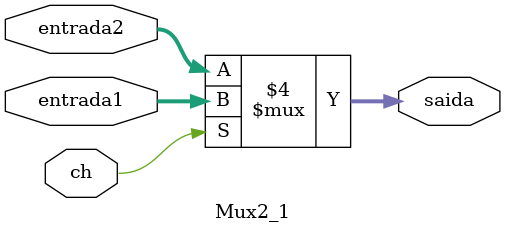
<source format=v>
module Mux2_1(entrada1,entrada2,ch,saida);
input [7:0]entrada1,entrada2;

input ch;
output reg [7:0]saida;
always@(*)
begin
if(ch==1)
saida = entrada1;
else
saida = entrada2;
end
endmodule

</source>
